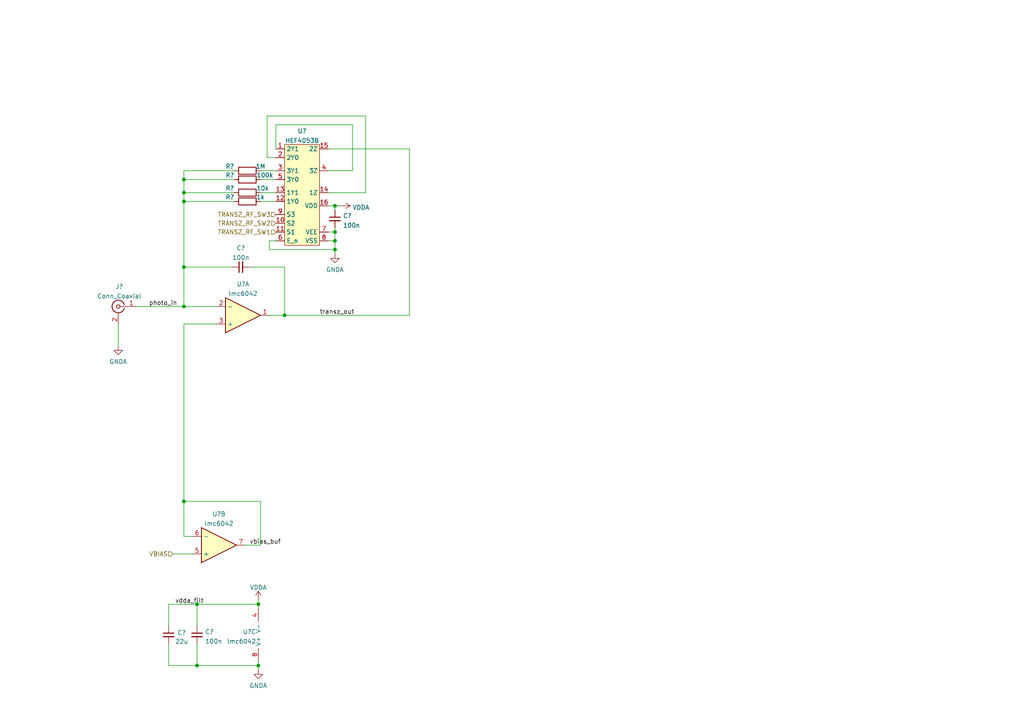
<source format=kicad_sch>
(kicad_sch (version 20211123) (generator eeschema)
  (paper "A4")
  (lib_symbols
    (symbol "Connector:Conn_Coaxial" (pin_names (offset 1.016) hide)
      (property "Reference" "J" (at 0.254 3.048 0))
      (property "Value" "Conn_Coaxial" (at 2.921 0 90))
      (symbol "Conn_Coaxial_0_1"
        (arc (start -1.778 -0.508) (mid 0.222 -1.808) (end 1.778 0) (stroke (width 0.254)))
        (polyline (pts (xy -2.54 0) (xy -0.508 0)))
        (polyline (pts (xy 0 -2.54) (xy 0 -1.778)))
        (circle (center 0 0) (radius 0.508) (stroke (width 0.2032)))
        (arc (start 1.778 0) (mid 0.222 1.8083) (end -1.778 0.508) (stroke (width 0.254)))
      )
      (symbol "Conn_Coaxial_1_1"
        (pin passive line (at -5.08 0 0) (length 2.54) (name "In") (number "1"))
        (pin passive line (at 0 -5.08 90) (length 2.54) (name "Ext") (number "2"))
      )
    )
    (symbol "Device:C_Small" (pin_numbers hide) (pin_names (offset 0.254) hide)
      (property "Reference" "C" (at 0.254 1.778 0))
      (property "Value" "C_Small" (at 0.254 -2.032 0))
      (symbol "C_Small_0_1"
        (polyline (pts (xy -1.524 -0.508) (xy 1.524 -0.508)) (stroke (width 0.3302)))
        (polyline (pts (xy -1.524 0.508) (xy 1.524 0.508)) (stroke (width 0.3048)))
      )
      (symbol "C_Small_1_1"
        (pin passive line (at 0 2.54 270) (length 2.032) (name "~") (number "1"))
        (pin passive line (at 0 -2.54 90) (length 2.032) (name "~") (number "2"))
      )
    )
    (symbol "Device:Opamp_Dual"
      (property "Reference" "U" (at 0 5.08 0))
      (property "Value" "Opamp_Dual" (at 0 -5.08 0))
      (symbol "Opamp_Dual_1_1"
        (polyline (pts (xy -5.08 5.08) (xy 5.08 0) (xy -5.08 -5.08) (xy -5.08 5.08)) (stroke (width 0.254)) (fill (type background)))
        (pin output line (at 7.62 0 180) (length 2.54) (name "~") (number "1"))
        (pin input line (at -7.62 -2.54 0) (length 2.54) (name "-") (number "2"))
        (pin input line (at -7.62 2.54 0) (length 2.54) (name "+") (number "3"))
      )
      (symbol "Opamp_Dual_2_1"
        (polyline (pts (xy -5.08 5.08) (xy 5.08 0) (xy -5.08 -5.08) (xy -5.08 5.08)) (stroke (width 0.254)) (fill (type background)))
        (pin input line (at -7.62 2.54 0) (length 2.54) (name "+") (number "5"))
        (pin input line (at -7.62 -2.54 0) (length 2.54) (name "-") (number "6"))
        (pin output line (at 7.62 0 180) (length 2.54) (name "~") (number "7"))
      )
      (symbol "Opamp_Dual_3_1"
        (pin power_in line (at -2.54 -7.62 90) (length 3.81) (name "V-") (number "4"))
        (pin power_in line (at -2.54 7.62 270) (length 3.81) (name "V+") (number "8"))
      )
    )
    (symbol "Device:R" (pin_numbers hide) (pin_names (offset 0))
      (property "Reference" "R" (at 2.032 0 90))
      (property "Value" "R" (at 0 0 90))
      (symbol "R_0_1"
        (rectangle (start -1.016 -2.54) (end 1.016 2.54) (stroke (width 0.254)))
      )
      (symbol "R_1_1"
        (pin passive line (at 0 3.81 270) (length 1.27) (name "~") (number "1"))
        (pin passive line (at 0 -3.81 90) (length 1.27) (name "~") (number "2"))
      )
    )
    (symbol "good_things:HEF4053B"
      (property "Reference" "U" (at 0 -21.59 0))
      (property "Value" "HEF4053B" (at 0 10.16 0))
      (symbol "HEF4053B_0_1"
        (rectangle (start -5.08 8.89) (end 5.08 -20.32) (stroke (width 0.1524)) (fill (type background)))
      )
      (symbol "HEF4053B_1_1"
        (pin bidirectional line (at -7.62 7.62 0) (length 2.54) (name "2Y1") (number "1"))
        (pin input line (at -7.62 -13.97 0) (length 2.54) (name "S2") (number "10"))
        (pin input line (at -7.62 -16.51 0) (length 2.54) (name "S1") (number "11"))
        (pin bidirectional line (at -7.62 -7.62 0) (length 2.54) (name "1Y0") (number "12"))
        (pin bidirectional line (at -7.62 -5.08 0) (length 2.54) (name "1Y1") (number "13"))
        (pin bidirectional line (at 7.62 -5.08 180) (length 2.54) (name "1Z") (number "14"))
        (pin bidirectional line (at 7.62 7.62 180) (length 2.54) (name "2Z") (number "15"))
        (pin power_in line (at 7.62 -8.89 180) (length 2.54) (name "VDD") (number "16"))
        (pin bidirectional line (at -7.62 5.08 0) (length 2.54) (name "2Y0") (number "2"))
        (pin bidirectional line (at -7.62 1.27 0) (length 2.54) (name "3Y1") (number "3"))
        (pin bidirectional line (at 7.62 1.27 180) (length 2.54) (name "3Z") (number "4"))
        (pin bidirectional line (at -7.62 -1.27 0) (length 2.54) (name "3Y0") (number "5"))
        (pin input line (at -7.62 -19.05 0) (length 2.54) (name "E_n") (number "6"))
        (pin power_in line (at 7.62 -16.51 180) (length 2.54) (name "VEE") (number "7"))
        (pin power_in line (at 7.62 -19.05 180) (length 2.54) (name "VSS") (number "8"))
        (pin input line (at -7.62 -11.43 0) (length 2.54) (name "S3") (number "9"))
      )
    )
    (symbol "power:GNDA" (power) (pin_names (offset 0))
      (property "Value" "GNDA" (at 0 -3.81 0))
      (symbol "GNDA_0_1"
        (polyline (pts (xy 0 0) (xy 0 -1.27) (xy 1.27 -1.27) (xy 0 -2.54) (xy -1.27 -1.27) (xy 0 -1.27)))
      )
      (symbol "GNDA_1_1"
        (pin power_in line (at 0 0 270) (length 0) hide (name "GNDA") (number "1"))
      )
    )
    (symbol "power:VDDA" (power) (pin_names (offset 0))
      (property "Value" "VDDA" (at 0 3.81 0))
      (symbol "VDDA_0_1"
        (polyline (pts (xy -0.762 1.27) (xy 0 2.54)))
        (polyline (pts (xy 0 0) (xy 0 2.54)))
        (polyline (pts (xy 0 2.54) (xy 0.762 1.27)))
      )
      (symbol "VDDA_1_1"
        (pin power_in line (at 0 0 90) (length 0) hide (name "VDDA") (number "1"))
      )
    )
  )
  (junction (at 57.15 193.04))
  (junction (at 74.93 193.04))
  (junction (at 57.15 175.26))
  (junction (at 53.34 88.9))
  (junction (at 74.93 175.26))
  (junction (at 97.155 59.69))
  (junction (at 53.34 58.42))
  (junction (at 97.155 69.85))
  (junction (at 53.34 52.07))
  (junction (at 53.34 77.47))
  (junction (at 97.155 72.39))
  (junction (at 82.55 91.44))
  (junction (at 53.34 145.415))
  (junction (at 53.34 55.88))
  (junction (at 97.155 67.31))
  (wire (pts (xy 53.34 55.88) (xy 53.34 58.42)))
  (wire (pts (xy 75.565 52.07) (xy 80.01 52.07)))
  (wire (pts (xy 67.945 55.88) (xy 53.34 55.88)))
  (wire (pts (xy 72.39 77.47) (xy 82.55 77.47)))
  (wire (pts (xy 82.55 91.44) (xy 118.745 91.44)))
  (wire (pts (xy 97.155 67.31) (xy 97.155 69.85)))
  (wire (pts (xy 67.31 77.47) (xy 53.34 77.47)))
  (wire (pts (xy 77.47 45.72) (xy 77.47 33.655)))
  (wire (pts (xy 75.565 49.53) (xy 80.01 49.53)))
  (wire (pts (xy 53.34 145.415) (xy 75.565 145.415)))
  (wire (pts (xy 53.34 93.98) (xy 53.34 145.415)))
  (wire (pts (xy 97.155 69.85) (xy 95.25 69.85)))
  (wire (pts (xy 118.745 91.44) (xy 118.745 43.18)))
  (wire (pts (xy 78.105 91.44) (xy 82.55 91.44)))
  (wire (pts (xy 53.34 93.98) (xy 62.865 93.98)))
  (wire (pts (xy 80.01 69.85) (xy 78.105 69.85)))
  (wire (pts (xy 48.895 175.26) (xy 57.15 175.26)))
  (wire (pts (xy 74.93 193.04) (xy 74.93 194.31)))
  (wire (pts (xy 80.01 45.72) (xy 77.47 45.72)))
  (wire (pts (xy 67.945 52.07) (xy 53.34 52.07)))
  (wire (pts (xy 82.55 77.47) (xy 82.55 91.44)))
  (wire (pts (xy 102.235 49.53) (xy 95.25 49.53)))
  (wire (pts (xy 80.01 43.18) (xy 80.01 36.195)))
  (wire (pts (xy 106.045 55.88) (xy 95.25 55.88)))
  (wire (pts (xy 97.155 67.31) (xy 95.25 67.31)))
  (wire (pts (xy 53.34 88.9) (xy 62.865 88.9)))
  (wire (pts (xy 67.945 49.53) (xy 53.34 49.53)))
  (wire (pts (xy 97.155 72.39) (xy 97.155 73.66)))
  (wire (pts (xy 78.105 69.85) (xy 78.105 72.39)))
  (wire (pts (xy 80.01 36.195) (xy 102.235 36.195)))
  (wire (pts (xy 53.34 145.415) (xy 53.34 155.575)))
  (wire (pts (xy 53.34 77.47) (xy 53.34 88.9)))
  (wire (pts (xy 39.37 88.9) (xy 53.34 88.9)))
  (wire (pts (xy 74.93 173.99) (xy 74.93 175.26)))
  (wire (pts (xy 57.15 193.04) (xy 74.93 193.04)))
  (wire (pts (xy 75.565 58.42) (xy 80.01 58.42)))
  (wire (pts (xy 118.745 43.18) (xy 95.25 43.18)))
  (wire (pts (xy 97.155 60.96) (xy 97.155 59.69)))
  (wire (pts (xy 53.34 49.53) (xy 53.34 52.07)))
  (wire (pts (xy 71.12 158.115) (xy 75.565 158.115)))
  (wire (pts (xy 75.565 55.88) (xy 80.01 55.88)))
  (wire (pts (xy 50.165 160.655) (xy 55.88 160.655)))
  (wire (pts (xy 95.25 59.69) (xy 97.155 59.69)))
  (wire (pts (xy 57.15 175.26) (xy 57.15 181.61)))
  (wire (pts (xy 97.155 66.04) (xy 97.155 67.31)))
  (wire (pts (xy 77.47 33.655) (xy 106.045 33.655)))
  (wire (pts (xy 57.15 186.69) (xy 57.15 193.04)))
  (wire (pts (xy 53.34 52.07) (xy 53.34 55.88)))
  (wire (pts (xy 97.155 59.69) (xy 99.06 59.69)))
  (wire (pts (xy 78.105 72.39) (xy 97.155 72.39)))
  (wire (pts (xy 53.34 58.42) (xy 67.945 58.42)))
  (wire (pts (xy 102.235 36.195) (xy 102.235 49.53)))
  (wire (pts (xy 74.93 176.53) (xy 74.93 175.26)))
  (wire (pts (xy 75.565 145.415) (xy 75.565 158.115)))
  (wire (pts (xy 106.045 33.655) (xy 106.045 55.88)))
  (wire (pts (xy 57.15 175.26) (xy 74.93 175.26)))
  (wire (pts (xy 53.34 155.575) (xy 55.88 155.575)))
  (wire (pts (xy 74.93 191.77) (xy 74.93 193.04)))
  (wire (pts (xy 53.34 58.42) (xy 53.34 77.47)))
  (wire (pts (xy 48.895 186.69) (xy 48.895 193.04)))
  (wire (pts (xy 34.29 100.33) (xy 34.29 93.98)))
  (wire (pts (xy 48.895 175.26) (xy 48.895 181.61)))
  (wire (pts (xy 48.895 193.04) (xy 57.15 193.04)))
  (wire (pts (xy 97.155 69.85) (xy 97.155 72.39)))
  (label "transz_out" (at 92.71 91.44 0))
  (label "vbias_buf" (at 72.39 158.115 0))
  (label "vdda_filt" (at 50.8 175.26 0))
  (label "photo_in" (at 43.18 88.9 0))
  (hierarchical_label "TRANSZ_RF_SW3" (shape input) (at 80.01 62.23 180))
  (hierarchical_label "VBIAS" (shape input) (at 50.165 160.655 180))
  (hierarchical_label "TRANSZ_RF_SW1" (shape input) (at 80.01 67.31 180))
  (hierarchical_label "TRANSZ_RF_SW2" (shape input) (at 80.01 64.77 180))
  (symbol (lib_id "Device:Opamp_Dual") (at 77.47 184.15 0) (mirror x) (unit 3)
    (property "Reference" "U?" (at 74.295 183.2415 0) (effects (justify right)))
    (property "Value" "lmc6042" (at 74.295 186.0166 0) (effects (justify right)))
    (property "Footprint" "Package_SO:SOIC-8_3.9x4.9mm_P1.27mm" (effects hide))
    (property "Datasheet" "https://www.ti.com/lit/ds/symlink/lmc6042.pdf?ts=1644520668945&ref_url=https%253A%252F%252Fwww.google.com%252F" (effects hide))
  )
  (symbol (lib_id "Device:Opamp_Dual") (at 70.485 91.44 0) (mirror x) (unit 1)
    (property "Reference" "U?" (at 70.485 82.3935 0))
    (property "Value" "lmc6042" (at 70.485 85.1686 0))
    (property "Footprint" "Package_SO:SOIC-8_3.9x4.9mm_P1.27mm" (effects hide))
    (property "Datasheet" "https://www.ti.com/lit/ds/symlink/lmc6042.pdf?ts=1644520668945&ref_url=https%253A%252F%252Fwww.google.com%252F" (effects hide))
  )
  (symbol (lib_id "Device:R") (at 71.755 55.88 90) (unit 1)
    (property "Reference" "R?" (at 66.675 54.61 90))
    (property "Value" "10k" (at 76.2 54.61 90))
    (property "Footprint" "Resistor_SMD:R_0603_1608Metric_Pad0.98x0.95mm_HandSolder" (effects hide))
  )
  (symbol (lib_id "Device:R") (at 71.755 52.07 90) (unit 1)
    (property "Reference" "R?" (at 66.675 50.8 90))
    (property "Value" "100k" (at 76.835 50.8 90))
    (property "Footprint" "Resistor_SMD:R_0603_1608Metric_Pad0.98x0.95mm_HandSolder" (effects hide))
  )
  (symbol (lib_id "Device:Opamp_Dual") (at 63.5 158.115 0) (mirror x) (unit 2)
    (property "Reference" "U?" (at 63.5 149.0685 0))
    (property "Value" "lmc6042" (at 63.5 151.8436 0))
    (property "Footprint" "Package_SO:SOIC-8_3.9x4.9mm_P1.27mm" (effects hide))
    (property "Datasheet" "https://www.ti.com/lit/ds/symlink/lmc6042.pdf?ts=1644520668945&ref_url=https%253A%252F%252Fwww.google.com%252F" (effects hide))
  )
  (symbol (lib_id "power:VDDA") (at 99.06 59.69 270) (unit 1)
    (property "Reference" "#PWR?" (effects hide))
    (property "Value" "VDDA" (at 102.235 60.169 90) (effects (justify left)))
  )
  (symbol (lib_id "power:VDDA") (at 74.93 173.99 0) (unit 1)
    (property "Reference" "#PWR?" (effects hide))
    (property "Value" "VDDA" (at 74.93 170.3855 0))
  )
  (symbol (lib_id "good_things:HEF4053B") (at 87.63 50.8 0) (unit 1)
    (property "Reference" "U?" (at 87.63 37.9943 0))
    (property "Value" "HEF4053B" (at 87.63 40.7694 0))
    (property "Footprint" "Package_SO:SO-16_3.9x9.9mm_P1.27mm" (effects hide))
  )
  (symbol (lib_id "power:GNDA") (at 34.29 100.33 0) (unit 1)
    (property "Reference" "#PWR?" (effects hide))
    (property "Value" "GNDA" (at 34.29 104.8925 0))
  )
  (symbol (lib_id "Device:C_Small") (at 48.895 184.15 0) (unit 1)
    (property "Reference" "C?" (at 51.435 183.515 0) (effects (justify left)))
    (property "Value" "22u" (at 50.8 186.055 0) (effects (justify left)))
    (property "Footprint" "Capacitor_SMD:C_0603_1608Metric_Pad1.08x0.95mm_HandSolder" (effects hide))
  )
  (symbol (lib_id "Connector:Conn_Coaxial") (at 34.29 88.9 0) (mirror y) (unit 1)
    (property "Reference" "J?" (at 34.6074 83.1069 0))
    (property "Value" "Conn_Coaxial" (at 34.6074 85.882 0))
    (property "Footprint" "Connector_Coaxial:BNC_Amphenol_B6252HB-NPP3G-50_Horizontal" (effects hide))
    (property "Datasheet" " ~" (effects hide))
  )
  (symbol (lib_id "Device:R") (at 71.755 49.53 90) (unit 1)
    (property "Reference" "R?" (at 66.675 48.26 90))
    (property "Value" "1M" (at 75.565 48.26 90))
    (property "Footprint" "Resistor_SMD:R_0603_1608Metric_Pad0.98x0.95mm_HandSolder" (effects hide))
  )
  (symbol (lib_id "Device:R") (at 71.755 58.42 90) (unit 1)
    (property "Reference" "R?" (at 66.675 57.15 90))
    (property "Value" "1k" (at 75.565 57.15 90))
    (property "Footprint" "Resistor_SMD:R_0603_1608Metric_Pad0.98x0.95mm_HandSolder" (effects hide))
  )
  (symbol (lib_id "power:GNDA") (at 97.155 73.66 0) (unit 1)
    (property "Reference" "#PWR?" (effects hide))
    (property "Value" "GNDA" (at 97.155 78.2225 0))
  )
  (symbol (lib_id "power:GNDA") (at 74.93 194.31 0) (unit 1)
    (property "Reference" "#PWR?" (effects hide))
    (property "Value" "GNDA" (at 74.93 198.8725 0))
  )
  (symbol (lib_id "Device:C_Small") (at 57.15 184.15 0) (unit 1)
    (property "Reference" "C?" (at 59.4741 183.2478 0) (effects (justify left)))
    (property "Value" "100n" (at 59.4741 186.0229 0) (effects (justify left)))
    (property "Footprint" "Capacitor_SMD:C_0603_1608Metric_Pad1.08x0.95mm_HandSolder" (effects hide))
  )
  (symbol (lib_id "Device:C_Small") (at 69.85 77.47 90) (unit 1)
    (property "Reference" "C?" (at 69.8563 71.9414 90))
    (property "Value" "100n" (at 69.8563 74.7165 90))
    (property "Footprint" "Capacitor_SMD:C_0603_1608Metric_Pad1.08x0.95mm_HandSolder" (effects hide))
  )
  (symbol (lib_id "Device:C_Small") (at 97.155 63.5 0) (unit 1)
    (property "Reference" "C?" (at 99.4791 62.5978 0) (effects (justify left)))
    (property "Value" "100n" (at 99.4791 65.3729 0) (effects (justify left)))
    (property "Footprint" "Capacitor_SMD:C_0603_1608Metric_Pad1.08x0.95mm_HandSolder" (effects hide))
  )
)
</source>
